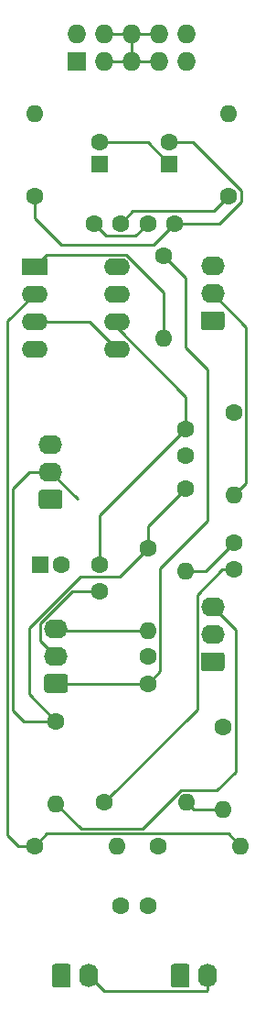
<source format=gbr>
%TF.GenerationSoftware,KiCad,Pcbnew,(5.1.8-0-10_14)*%
%TF.CreationDate,2021-07-20T21:01:28-04:00*%
%TF.ProjectId,fzeq,667a6571-2e6b-4696-9361-645f70636258,rev?*%
%TF.SameCoordinates,Original*%
%TF.FileFunction,Copper,L2,Bot*%
%TF.FilePolarity,Positive*%
%FSLAX46Y46*%
G04 Gerber Fmt 4.6, Leading zero omitted, Abs format (unit mm)*
G04 Created by KiCad (PCBNEW (5.1.8-0-10_14)) date 2021-07-20 21:01:28*
%MOMM*%
%LPD*%
G01*
G04 APERTURE LIST*
%TA.AperFunction,ComponentPad*%
%ADD10C,1.600000*%
%TD*%
%TA.AperFunction,ComponentPad*%
%ADD11O,1.600000X1.600000*%
%TD*%
%TA.AperFunction,ComponentPad*%
%ADD12R,1.600000X1.600000*%
%TD*%
%TA.AperFunction,ComponentPad*%
%ADD13O,2.200000X1.740000*%
%TD*%
%TA.AperFunction,ComponentPad*%
%ADD14R,1.727200X1.727200*%
%TD*%
%TA.AperFunction,ComponentPad*%
%ADD15O,1.727200X1.727200*%
%TD*%
%TA.AperFunction,ComponentPad*%
%ADD16O,1.740000X2.200000*%
%TD*%
%TA.AperFunction,ComponentPad*%
%ADD17R,2.400000X1.600000*%
%TD*%
%TA.AperFunction,ComponentPad*%
%ADD18O,2.400000X1.600000*%
%TD*%
%TA.AperFunction,Conductor*%
%ADD19C,0.250000*%
%TD*%
G04 APERTURE END LIST*
D10*
%TO.P,FB2,1*%
%TO.N,Net-(C2-Pad1)*%
X71500000Y-70000000D03*
D11*
%TO.P,FB2,2*%
%TO.N,Net-(FB2-Pad2)*%
X71500000Y-62380000D03*
%TD*%
D12*
%TO.P,C8,1*%
%TO.N,Net-(C8-Pad1)*%
X54000000Y-104000000D03*
D10*
%TO.P,C8,2*%
%TO.N,Net-(C8-Pad2)*%
X56000000Y-104000000D03*
%TD*%
%TO.P,C1,1*%
%TO.N,Net-(C1-Pad1)*%
X61500000Y-135500000D03*
%TO.P,C1,2*%
%TO.N,Net-(C1-Pad2)*%
X64000000Y-135500000D03*
%TD*%
%TO.P,C2,2*%
%TO.N,GND*%
X59500000Y-65000000D03*
D12*
%TO.P,C2,1*%
%TO.N,Net-(C2-Pad1)*%
X59500000Y-67000000D03*
%TD*%
%TO.P,C3,1*%
%TO.N,GND*%
X66000000Y-67000000D03*
D10*
%TO.P,C3,2*%
%TO.N,Net-(C10-Pad2)*%
X66000000Y-65000000D03*
%TD*%
%TO.P,C4,2*%
%TO.N,Net-(C4-Pad2)*%
X72000000Y-104500000D03*
%TO.P,C4,1*%
%TO.N,Net-(C4-Pad1)*%
X72000000Y-102000000D03*
%TD*%
%TO.P,C5,2*%
%TO.N,Net-(C5-Pad2)*%
X64000000Y-115000000D03*
%TO.P,C5,1*%
%TO.N,Net-(C5-Pad1)*%
X64000000Y-112500000D03*
%TD*%
%TO.P,C6,1*%
%TO.N,Net-(C6-Pad1)*%
X59500000Y-104000000D03*
%TO.P,C6,2*%
%TO.N,Net-(C6-Pad2)*%
X59500000Y-106500000D03*
%TD*%
%TO.P,C7,1*%
%TO.N,Net-(C6-Pad1)*%
X67500000Y-91500000D03*
%TO.P,C7,2*%
%TO.N,Net-(C7-Pad2)*%
X67500000Y-94000000D03*
%TD*%
%TO.P,C9,1*%
%TO.N,GND*%
X59000000Y-72500000D03*
%TO.P,C9,2*%
%TO.N,Net-(C2-Pad1)*%
X61500000Y-72500000D03*
%TD*%
%TO.P,C10,2*%
%TO.N,Net-(C10-Pad2)*%
X66500000Y-72500000D03*
%TO.P,C10,1*%
%TO.N,GND*%
X64000000Y-72500000D03*
%TD*%
D11*
%TO.P,FB1,2*%
%TO.N,Net-(FB1-Pad2)*%
X53500000Y-62380000D03*
D10*
%TO.P,FB1,1*%
%TO.N,Net-(C10-Pad2)*%
X53500000Y-70000000D03*
%TD*%
D13*
%TO.P,Fuzz1,3*%
%TO.N,Net-(Fuzz1-Pad2)*%
X55000000Y-92920000D03*
%TO.P,Fuzz1,2*%
X55000000Y-95460000D03*
%TO.P,Fuzz1,1*%
%TO.N,Net-(C8-Pad1)*%
%TA.AperFunction,ComponentPad*%
G36*
G01*
X55850001Y-98870000D02*
X54149999Y-98870000D01*
G75*
G02*
X53900000Y-98620001I0J249999D01*
G01*
X53900000Y-97379999D01*
G75*
G02*
X54149999Y-97130000I249999J0D01*
G01*
X55850001Y-97130000D01*
G75*
G02*
X56100000Y-97379999I0J-249999D01*
G01*
X56100000Y-98620001D01*
G75*
G02*
X55850001Y-98870000I-249999J0D01*
G01*
G37*
%TD.AperFunction*%
%TD*%
%TO.P,High1,3*%
%TO.N,Net-(High1-Pad3)*%
X70000000Y-107920000D03*
%TO.P,High1,2*%
%TO.N,Net-(C7-Pad2)*%
X70000000Y-110460000D03*
%TO.P,High1,1*%
%TO.N,Net-(High1-Pad1)*%
%TA.AperFunction,ComponentPad*%
G36*
G01*
X70850001Y-113870000D02*
X69149999Y-113870000D01*
G75*
G02*
X68900000Y-113620001I0J249999D01*
G01*
X68900000Y-112379999D01*
G75*
G02*
X69149999Y-112130000I249999J0D01*
G01*
X70850001Y-112130000D01*
G75*
G02*
X71100000Y-112379999I0J-249999D01*
G01*
X71100000Y-113620001D01*
G75*
G02*
X70850001Y-113870000I-249999J0D01*
G01*
G37*
%TD.AperFunction*%
%TD*%
D14*
%TO.P,J1,1*%
%TO.N,Net-(FB1-Pad2)*%
X57410001Y-57534999D03*
D15*
%TO.P,J1,2*%
X57410001Y-54994999D03*
%TO.P,J1,3*%
%TO.N,GND*%
X59950001Y-57534999D03*
%TO.P,J1,4*%
X59950001Y-54994999D03*
%TO.P,J1,5*%
X62490001Y-57534999D03*
%TO.P,J1,6*%
X62490001Y-54994999D03*
%TO.P,J1,7*%
X65030001Y-57534999D03*
%TO.P,J1,8*%
X65030001Y-54994999D03*
%TO.P,J1,9*%
%TO.N,Net-(FB2-Pad2)*%
X67570001Y-57534999D03*
%TO.P,J1,10*%
X67570001Y-54994999D03*
%TD*%
%TO.P,J2,1*%
%TO.N,Net-(C1-Pad2)*%
%TA.AperFunction,ComponentPad*%
G36*
G01*
X66130000Y-142850001D02*
X66130000Y-141149999D01*
G75*
G02*
X66379999Y-140900000I249999J0D01*
G01*
X67620001Y-140900000D01*
G75*
G02*
X67870000Y-141149999I0J-249999D01*
G01*
X67870000Y-142850001D01*
G75*
G02*
X67620001Y-143100000I-249999J0D01*
G01*
X66379999Y-143100000D01*
G75*
G02*
X66130000Y-142850001I0J249999D01*
G01*
G37*
%TD.AperFunction*%
D16*
%TO.P,J2,2*%
%TO.N,GND*%
X69540000Y-142000000D03*
%TD*%
%TO.P,J3,2*%
%TO.N,GND*%
X58540000Y-142000000D03*
%TO.P,J3,1*%
%TO.N,Net-(C8-Pad2)*%
%TA.AperFunction,ComponentPad*%
G36*
G01*
X55130000Y-142850001D02*
X55130000Y-141149999D01*
G75*
G02*
X55379999Y-140900000I249999J0D01*
G01*
X56620001Y-140900000D01*
G75*
G02*
X56870000Y-141149999I0J-249999D01*
G01*
X56870000Y-142850001D01*
G75*
G02*
X56620001Y-143100000I-249999J0D01*
G01*
X55379999Y-143100000D01*
G75*
G02*
X55130000Y-142850001I0J249999D01*
G01*
G37*
%TD.AperFunction*%
%TD*%
%TO.P,Low1,1*%
%TO.N,Net-(C4-Pad2)*%
%TA.AperFunction,ComponentPad*%
G36*
G01*
X70850001Y-82370000D02*
X69149999Y-82370000D01*
G75*
G02*
X68900000Y-82120001I0J249999D01*
G01*
X68900000Y-80879999D01*
G75*
G02*
X69149999Y-80630000I249999J0D01*
G01*
X70850001Y-80630000D01*
G75*
G02*
X71100000Y-80879999I0J-249999D01*
G01*
X71100000Y-82120001D01*
G75*
G02*
X70850001Y-82370000I-249999J0D01*
G01*
G37*
%TD.AperFunction*%
D13*
%TO.P,Low1,2*%
%TO.N,Net-(Low1-Pad2)*%
X70000000Y-78960000D03*
%TO.P,Low1,3*%
%TO.N,Net-(C4-Pad1)*%
X70000000Y-76420000D03*
%TD*%
%TO.P,Mid1,1*%
%TO.N,Net-(C5-Pad2)*%
%TA.AperFunction,ComponentPad*%
G36*
G01*
X56350001Y-115870000D02*
X54649999Y-115870000D01*
G75*
G02*
X54400000Y-115620001I0J249999D01*
G01*
X54400000Y-114379999D01*
G75*
G02*
X54649999Y-114130000I249999J0D01*
G01*
X56350001Y-114130000D01*
G75*
G02*
X56600000Y-114379999I0J-249999D01*
G01*
X56600000Y-115620001D01*
G75*
G02*
X56350001Y-115870000I-249999J0D01*
G01*
G37*
%TD.AperFunction*%
%TO.P,Mid1,2*%
%TO.N,Net-(C6-Pad2)*%
X55500000Y-112460000D03*
%TO.P,Mid1,3*%
%TO.N,Net-(C5-Pad1)*%
X55500000Y-109920000D03*
%TD*%
D10*
%TO.P,R1,1*%
%TO.N,Net-(R1-Pad1)*%
X53500000Y-130000000D03*
D11*
%TO.P,R1,2*%
%TO.N,Net-(C1-Pad1)*%
X61120000Y-130000000D03*
%TD*%
%TO.P,R2,2*%
%TO.N,Net-(R1-Pad1)*%
X72620000Y-130000000D03*
D10*
%TO.P,R2,1*%
%TO.N,Net-(R2-Pad1)*%
X65000000Y-130000000D03*
%TD*%
D11*
%TO.P,R3,2*%
%TO.N,Net-(R2-Pad1)*%
X67620000Y-126000000D03*
D10*
%TO.P,R3,1*%
%TO.N,Net-(C4-Pad2)*%
X60000000Y-126000000D03*
%TD*%
%TO.P,R4,1*%
%TO.N,Net-(C5-Pad2)*%
X65500000Y-75500000D03*
D11*
%TO.P,R4,2*%
%TO.N,Net-(R2-Pad1)*%
X65500000Y-83120000D03*
%TD*%
D10*
%TO.P,R5,1*%
%TO.N,Net-(High1-Pad1)*%
X71000000Y-119000000D03*
D11*
%TO.P,R5,2*%
%TO.N,Net-(R2-Pad1)*%
X71000000Y-126620000D03*
%TD*%
%TO.P,R6,2*%
%TO.N,Net-(High1-Pad3)*%
X55500000Y-126120000D03*
D10*
%TO.P,R6,1*%
%TO.N,Net-(Fuzz1-Pad2)*%
X55500000Y-118500000D03*
%TD*%
%TO.P,R7,1*%
%TO.N,Net-(Fuzz1-Pad2)*%
X67500000Y-97000000D03*
D11*
%TO.P,R7,2*%
%TO.N,Net-(C4-Pad1)*%
X67500000Y-104620000D03*
%TD*%
%TO.P,R8,2*%
%TO.N,Net-(Low1-Pad2)*%
X72000000Y-97620000D03*
D10*
%TO.P,R8,1*%
%TO.N,Net-(C6-Pad1)*%
X72000000Y-90000000D03*
%TD*%
%TO.P,R9,1*%
%TO.N,Net-(Fuzz1-Pad2)*%
X64000000Y-102500000D03*
D11*
%TO.P,R9,2*%
%TO.N,Net-(C5-Pad1)*%
X64000000Y-110120000D03*
%TD*%
D17*
%TO.P,U1,1*%
%TO.N,Net-(R2-Pad1)*%
X53500000Y-76500000D03*
D18*
%TO.P,U1,5*%
%TO.N,GND*%
X61120000Y-84120000D03*
%TO.P,U1,2*%
%TO.N,Net-(R1-Pad1)*%
X53500000Y-79040000D03*
%TO.P,U1,6*%
%TO.N,Net-(C6-Pad1)*%
X61120000Y-81580000D03*
%TO.P,U1,3*%
%TO.N,GND*%
X53500000Y-81580000D03*
%TO.P,U1,7*%
%TO.N,Net-(C8-Pad1)*%
X61120000Y-79040000D03*
%TO.P,U1,4*%
%TO.N,Net-(C10-Pad2)*%
X53500000Y-84120000D03*
%TO.P,U1,8*%
%TO.N,Net-(C2-Pad1)*%
X61120000Y-76500000D03*
%TD*%
D19*
%TO.N,GND*%
X59950001Y-54994999D02*
X65030001Y-54994999D01*
X62490001Y-54994999D02*
X62490001Y-57534999D01*
X59950001Y-57534999D02*
X65030001Y-57534999D01*
X62874999Y-73625001D02*
X64000000Y-72500000D01*
X60125001Y-73625001D02*
X62874999Y-73625001D01*
X59000000Y-72500000D02*
X60125001Y-73625001D01*
X69464990Y-143425010D02*
X59965010Y-143425010D01*
X59965010Y-143425010D02*
X58540000Y-142000000D01*
X69540000Y-143350000D02*
X69464990Y-143425010D01*
X69540000Y-142000000D02*
X69540000Y-143350000D01*
X58580000Y-81580000D02*
X61120000Y-84120000D01*
X53500000Y-81580000D02*
X58580000Y-81580000D01*
X64000000Y-65000000D02*
X59500000Y-65000000D01*
X66000000Y-67000000D02*
X64000000Y-65000000D01*
%TO.N,Net-(C2-Pad1)*%
X70125001Y-71374999D02*
X71500000Y-70000000D01*
X62625001Y-71374999D02*
X70125001Y-71374999D01*
X61500000Y-72500000D02*
X62625001Y-71374999D01*
%TO.N,Net-(C4-Pad2)*%
X68574990Y-106793640D02*
X70868630Y-104500000D01*
X60000000Y-126000000D02*
X68574990Y-117425010D01*
X68574990Y-117425010D02*
X68574990Y-106793640D01*
X70868630Y-104500000D02*
X72000000Y-104500000D01*
%TO.N,Net-(C4-Pad1)*%
X69380000Y-104620000D02*
X72000000Y-102000000D01*
X67500000Y-104620000D02*
X69380000Y-104620000D01*
%TO.N,Net-(C5-Pad1)*%
X55700000Y-110120000D02*
X55500000Y-109920000D01*
X64000000Y-110120000D02*
X55700000Y-110120000D01*
%TO.N,Net-(C5-Pad2)*%
X55500000Y-115000000D02*
X64000000Y-115000000D01*
X65125001Y-113874999D02*
X65125001Y-104374999D01*
X64000000Y-115000000D02*
X65125001Y-113874999D01*
X65125001Y-104374999D02*
X69500000Y-100000000D01*
X69500000Y-100000000D02*
X69500000Y-86000000D01*
X69500000Y-86000000D02*
X67500000Y-84000000D01*
X67500000Y-77500000D02*
X65500000Y-75500000D01*
X67500000Y-84000000D02*
X67500000Y-77500000D01*
%TO.N,Net-(C6-Pad2)*%
X54074990Y-111034990D02*
X55500000Y-112460000D01*
X54074990Y-109425011D02*
X54074990Y-111034990D01*
X57000001Y-106500000D02*
X54074990Y-109425011D01*
X59500000Y-106500000D02*
X57000001Y-106500000D01*
%TO.N,Net-(C6-Pad1)*%
X59500000Y-99500000D02*
X67500000Y-91500000D01*
X59500000Y-104000000D02*
X59500000Y-99500000D01*
X61120000Y-82128996D02*
X61120000Y-81580000D01*
X67500000Y-88508996D02*
X61120000Y-82128996D01*
X67500000Y-91500000D02*
X67500000Y-88508996D01*
%TO.N,Net-(R1-Pad1)*%
X54625001Y-128874999D02*
X53500000Y-130000000D01*
X71494999Y-128874999D02*
X54625001Y-128874999D01*
X72620000Y-130000000D02*
X71494999Y-128874999D01*
X53500000Y-130000000D02*
X52000000Y-130000000D01*
X52000000Y-130000000D02*
X51000000Y-129000000D01*
X51000000Y-81540000D02*
X53500000Y-79040000D01*
X51000000Y-129000000D02*
X51000000Y-81540000D01*
%TO.N,Net-(R2-Pad1)*%
X71000000Y-126620000D02*
X68240000Y-126620000D01*
X68240000Y-126620000D02*
X67620000Y-126000000D01*
X61985994Y-75374990D02*
X54625010Y-75374990D01*
X65500000Y-78888996D02*
X61985994Y-75374990D01*
X54625010Y-75374990D02*
X53500000Y-76500000D01*
X65500000Y-83120000D02*
X65500000Y-78888996D01*
%TO.N,Net-(Fuzz1-Pad2)*%
X61374999Y-105125001D02*
X64000000Y-102500000D01*
X64000000Y-100500000D02*
X67500000Y-97000000D01*
X64000000Y-102500000D02*
X64000000Y-100500000D01*
X59125001Y-105125001D02*
X58125001Y-105125001D01*
X59125001Y-105125001D02*
X61374999Y-105125001D01*
X57500000Y-97960000D02*
X55000000Y-95460000D01*
X57738589Y-105125001D02*
X58500000Y-105125001D01*
X53000000Y-109863590D02*
X57738589Y-105125001D01*
X53000000Y-116000000D02*
X53000000Y-109863590D01*
X55500000Y-118500000D02*
X53000000Y-116000000D01*
X53040000Y-95460000D02*
X55000000Y-95460000D01*
X51500000Y-97000000D02*
X53040000Y-95460000D01*
X51500000Y-117500000D02*
X51500000Y-97000000D01*
X52500000Y-118500000D02*
X51500000Y-117500000D01*
X55500000Y-118500000D02*
X52500000Y-118500000D01*
%TO.N,Net-(High1-Pad3)*%
X67079999Y-124874999D02*
X70410003Y-124874999D01*
X55500000Y-126120000D02*
X57804988Y-128424988D01*
X63530010Y-128424988D02*
X67079999Y-124874999D01*
X57804988Y-128424988D02*
X63530010Y-128424988D01*
X72125001Y-123160001D02*
X72125001Y-110045001D01*
X70410003Y-124874999D02*
X72125001Y-123160001D01*
X72125001Y-110045001D02*
X70000000Y-107920000D01*
%TO.N,Net-(Low1-Pad2)*%
X73125001Y-82085001D02*
X70000000Y-78960000D01*
X73125001Y-96494999D02*
X73125001Y-82085001D01*
X72000000Y-97620000D02*
X73125001Y-96494999D01*
%TO.N,Net-(C10-Pad2)*%
X72625001Y-70540001D02*
X70665002Y-72500000D01*
X70665002Y-72500000D02*
X66500000Y-72500000D01*
X72625001Y-69459999D02*
X72625001Y-70540001D01*
X68165002Y-65000000D02*
X72625001Y-69459999D01*
X66000000Y-65000000D02*
X68165002Y-65000000D01*
X56000000Y-74500000D02*
X53500000Y-72000000D01*
X64500000Y-74500000D02*
X56000000Y-74500000D01*
X53500000Y-72000000D02*
X53500000Y-70000000D01*
X66500000Y-72500000D02*
X64500000Y-74500000D01*
%TD*%
M02*

</source>
